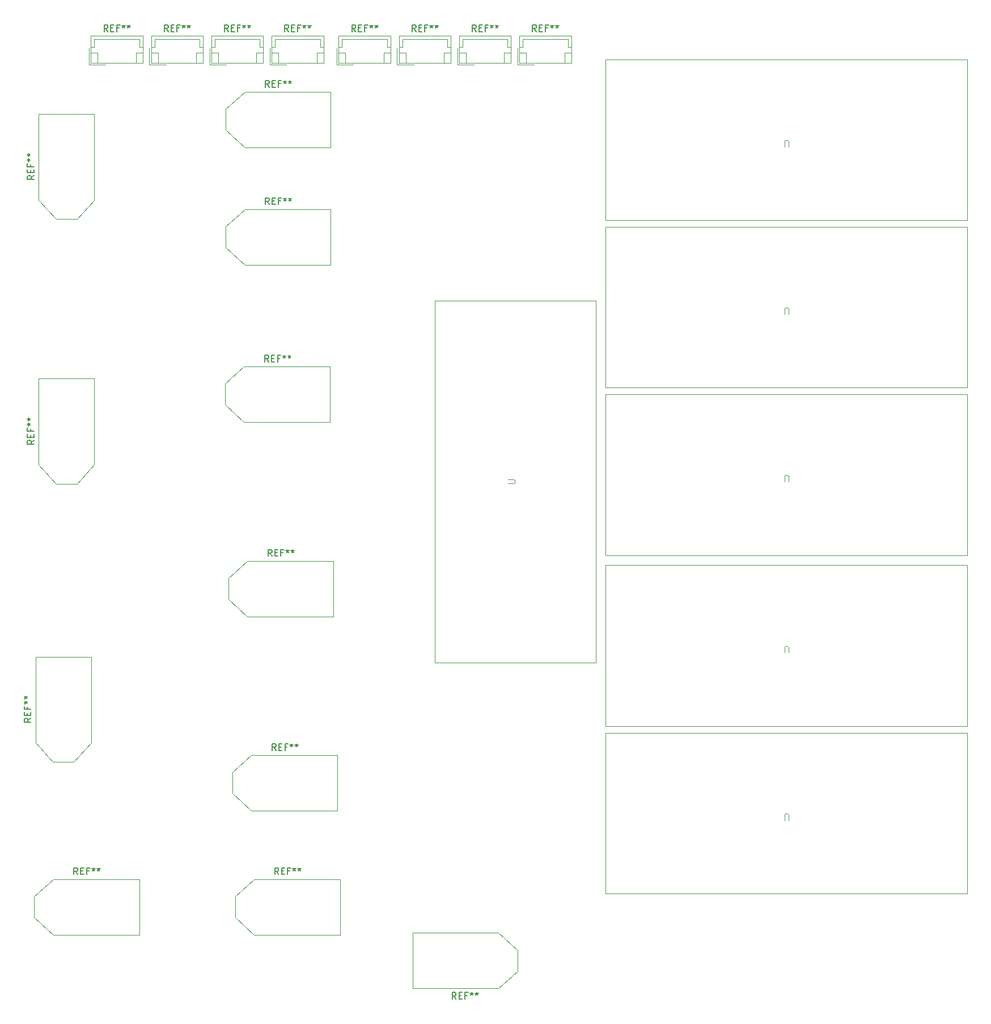
<source format=gbr>
%TF.GenerationSoftware,KiCad,Pcbnew,9.0.2*%
%TF.CreationDate,2025-11-30T20:45:03+05:30*%
%TF.ProjectId,Kratos26,4b726174-6f73-4323-962e-6b696361645f,rev?*%
%TF.SameCoordinates,Original*%
%TF.FileFunction,Legend,Top*%
%TF.FilePolarity,Positive*%
%FSLAX46Y46*%
G04 Gerber Fmt 4.6, Leading zero omitted, Abs format (unit mm)*
G04 Created by KiCad (PCBNEW 9.0.2) date 2025-11-30 20:45:03*
%MOMM*%
%LPD*%
G01*
G04 APERTURE LIST*
%ADD10C,0.150000*%
%ADD11C,0.100000*%
%ADD12C,0.120000*%
G04 APERTURE END LIST*
D10*
X115766666Y-124154819D02*
X115433333Y-123678628D01*
X115195238Y-124154819D02*
X115195238Y-123154819D01*
X115195238Y-123154819D02*
X115576190Y-123154819D01*
X115576190Y-123154819D02*
X115671428Y-123202438D01*
X115671428Y-123202438D02*
X115719047Y-123250057D01*
X115719047Y-123250057D02*
X115766666Y-123345295D01*
X115766666Y-123345295D02*
X115766666Y-123488152D01*
X115766666Y-123488152D02*
X115719047Y-123583390D01*
X115719047Y-123583390D02*
X115671428Y-123631009D01*
X115671428Y-123631009D02*
X115576190Y-123678628D01*
X115576190Y-123678628D02*
X115195238Y-123678628D01*
X116195238Y-123631009D02*
X116528571Y-123631009D01*
X116671428Y-124154819D02*
X116195238Y-124154819D01*
X116195238Y-124154819D02*
X116195238Y-123154819D01*
X116195238Y-123154819D02*
X116671428Y-123154819D01*
X117433333Y-123631009D02*
X117100000Y-123631009D01*
X117100000Y-124154819D02*
X117100000Y-123154819D01*
X117100000Y-123154819D02*
X117576190Y-123154819D01*
X118100000Y-123154819D02*
X118100000Y-123392914D01*
X117861905Y-123297676D02*
X118100000Y-123392914D01*
X118100000Y-123392914D02*
X118338095Y-123297676D01*
X117957143Y-123583390D02*
X118100000Y-123392914D01*
X118100000Y-123392914D02*
X118242857Y-123583390D01*
X118861905Y-123154819D02*
X118861905Y-123392914D01*
X118623810Y-123297676D02*
X118861905Y-123392914D01*
X118861905Y-123392914D02*
X119100000Y-123297676D01*
X118719048Y-123583390D02*
X118861905Y-123392914D01*
X118861905Y-123392914D02*
X119004762Y-123583390D01*
X115166666Y-95154819D02*
X114833333Y-94678628D01*
X114595238Y-95154819D02*
X114595238Y-94154819D01*
X114595238Y-94154819D02*
X114976190Y-94154819D01*
X114976190Y-94154819D02*
X115071428Y-94202438D01*
X115071428Y-94202438D02*
X115119047Y-94250057D01*
X115119047Y-94250057D02*
X115166666Y-94345295D01*
X115166666Y-94345295D02*
X115166666Y-94488152D01*
X115166666Y-94488152D02*
X115119047Y-94583390D01*
X115119047Y-94583390D02*
X115071428Y-94631009D01*
X115071428Y-94631009D02*
X114976190Y-94678628D01*
X114976190Y-94678628D02*
X114595238Y-94678628D01*
X115595238Y-94631009D02*
X115928571Y-94631009D01*
X116071428Y-95154819D02*
X115595238Y-95154819D01*
X115595238Y-95154819D02*
X115595238Y-94154819D01*
X115595238Y-94154819D02*
X116071428Y-94154819D01*
X116833333Y-94631009D02*
X116500000Y-94631009D01*
X116500000Y-95154819D02*
X116500000Y-94154819D01*
X116500000Y-94154819D02*
X116976190Y-94154819D01*
X117500000Y-94154819D02*
X117500000Y-94392914D01*
X117261905Y-94297676D02*
X117500000Y-94392914D01*
X117500000Y-94392914D02*
X117738095Y-94297676D01*
X117357143Y-94583390D02*
X117500000Y-94392914D01*
X117500000Y-94392914D02*
X117642857Y-94583390D01*
X118261905Y-94154819D02*
X118261905Y-94392914D01*
X118023810Y-94297676D02*
X118261905Y-94392914D01*
X118261905Y-94392914D02*
X118500000Y-94297676D01*
X118119048Y-94583390D02*
X118261905Y-94392914D01*
X118261905Y-94392914D02*
X118404762Y-94583390D01*
X154666666Y-16854819D02*
X154333333Y-16378628D01*
X154095238Y-16854819D02*
X154095238Y-15854819D01*
X154095238Y-15854819D02*
X154476190Y-15854819D01*
X154476190Y-15854819D02*
X154571428Y-15902438D01*
X154571428Y-15902438D02*
X154619047Y-15950057D01*
X154619047Y-15950057D02*
X154666666Y-16045295D01*
X154666666Y-16045295D02*
X154666666Y-16188152D01*
X154666666Y-16188152D02*
X154619047Y-16283390D01*
X154619047Y-16283390D02*
X154571428Y-16331009D01*
X154571428Y-16331009D02*
X154476190Y-16378628D01*
X154476190Y-16378628D02*
X154095238Y-16378628D01*
X155095238Y-16331009D02*
X155428571Y-16331009D01*
X155571428Y-16854819D02*
X155095238Y-16854819D01*
X155095238Y-16854819D02*
X155095238Y-15854819D01*
X155095238Y-15854819D02*
X155571428Y-15854819D01*
X156333333Y-16331009D02*
X156000000Y-16331009D01*
X156000000Y-16854819D02*
X156000000Y-15854819D01*
X156000000Y-15854819D02*
X156476190Y-15854819D01*
X157000000Y-15854819D02*
X157000000Y-16092914D01*
X156761905Y-15997676D02*
X157000000Y-16092914D01*
X157000000Y-16092914D02*
X157238095Y-15997676D01*
X156857143Y-16283390D02*
X157000000Y-16092914D01*
X157000000Y-16092914D02*
X157142857Y-16283390D01*
X157761905Y-15854819D02*
X157761905Y-16092914D01*
X157523810Y-15997676D02*
X157761905Y-16092914D01*
X157761905Y-16092914D02*
X158000000Y-15997676D01*
X157619048Y-16283390D02*
X157761905Y-16092914D01*
X157761905Y-16092914D02*
X157904762Y-16283390D01*
X90666666Y-16854819D02*
X90333333Y-16378628D01*
X90095238Y-16854819D02*
X90095238Y-15854819D01*
X90095238Y-15854819D02*
X90476190Y-15854819D01*
X90476190Y-15854819D02*
X90571428Y-15902438D01*
X90571428Y-15902438D02*
X90619047Y-15950057D01*
X90619047Y-15950057D02*
X90666666Y-16045295D01*
X90666666Y-16045295D02*
X90666666Y-16188152D01*
X90666666Y-16188152D02*
X90619047Y-16283390D01*
X90619047Y-16283390D02*
X90571428Y-16331009D01*
X90571428Y-16331009D02*
X90476190Y-16378628D01*
X90476190Y-16378628D02*
X90095238Y-16378628D01*
X91095238Y-16331009D02*
X91428571Y-16331009D01*
X91571428Y-16854819D02*
X91095238Y-16854819D01*
X91095238Y-16854819D02*
X91095238Y-15854819D01*
X91095238Y-15854819D02*
X91571428Y-15854819D01*
X92333333Y-16331009D02*
X92000000Y-16331009D01*
X92000000Y-16854819D02*
X92000000Y-15854819D01*
X92000000Y-15854819D02*
X92476190Y-15854819D01*
X93000000Y-15854819D02*
X93000000Y-16092914D01*
X92761905Y-15997676D02*
X93000000Y-16092914D01*
X93000000Y-16092914D02*
X93238095Y-15997676D01*
X92857143Y-16283390D02*
X93000000Y-16092914D01*
X93000000Y-16092914D02*
X93142857Y-16283390D01*
X93761905Y-15854819D02*
X93761905Y-16092914D01*
X93523810Y-15997676D02*
X93761905Y-16092914D01*
X93761905Y-16092914D02*
X94000000Y-15997676D01*
X93619048Y-16283390D02*
X93761905Y-16092914D01*
X93761905Y-16092914D02*
X93904762Y-16283390D01*
X117666666Y-16854819D02*
X117333333Y-16378628D01*
X117095238Y-16854819D02*
X117095238Y-15854819D01*
X117095238Y-15854819D02*
X117476190Y-15854819D01*
X117476190Y-15854819D02*
X117571428Y-15902438D01*
X117571428Y-15902438D02*
X117619047Y-15950057D01*
X117619047Y-15950057D02*
X117666666Y-16045295D01*
X117666666Y-16045295D02*
X117666666Y-16188152D01*
X117666666Y-16188152D02*
X117619047Y-16283390D01*
X117619047Y-16283390D02*
X117571428Y-16331009D01*
X117571428Y-16331009D02*
X117476190Y-16378628D01*
X117476190Y-16378628D02*
X117095238Y-16378628D01*
X118095238Y-16331009D02*
X118428571Y-16331009D01*
X118571428Y-16854819D02*
X118095238Y-16854819D01*
X118095238Y-16854819D02*
X118095238Y-15854819D01*
X118095238Y-15854819D02*
X118571428Y-15854819D01*
X119333333Y-16331009D02*
X119000000Y-16331009D01*
X119000000Y-16854819D02*
X119000000Y-15854819D01*
X119000000Y-15854819D02*
X119476190Y-15854819D01*
X120000000Y-15854819D02*
X120000000Y-16092914D01*
X119761905Y-15997676D02*
X120000000Y-16092914D01*
X120000000Y-16092914D02*
X120238095Y-15997676D01*
X119857143Y-16283390D02*
X120000000Y-16092914D01*
X120000000Y-16092914D02*
X120142857Y-16283390D01*
X120761905Y-15854819D02*
X120761905Y-16092914D01*
X120523810Y-15997676D02*
X120761905Y-16092914D01*
X120761905Y-16092914D02*
X121000000Y-15997676D01*
X120619048Y-16283390D02*
X120761905Y-16092914D01*
X120761905Y-16092914D02*
X120904762Y-16283390D01*
D11*
X192285713Y-59042580D02*
X192285713Y-58233057D01*
X192285713Y-58233057D02*
X192238094Y-58137819D01*
X192238094Y-58137819D02*
X192190475Y-58090200D01*
X192190475Y-58090200D02*
X192095237Y-58042580D01*
X192095237Y-58042580D02*
X191904761Y-58042580D01*
X191904761Y-58042580D02*
X191809523Y-58090200D01*
X191809523Y-58090200D02*
X191761904Y-58137819D01*
X191761904Y-58137819D02*
X191714285Y-58233057D01*
X191714285Y-58233057D02*
X191714285Y-59042580D01*
X192285713Y-84042580D02*
X192285713Y-83233057D01*
X192285713Y-83233057D02*
X192238094Y-83137819D01*
X192238094Y-83137819D02*
X192190475Y-83090200D01*
X192190475Y-83090200D02*
X192095237Y-83042580D01*
X192095237Y-83042580D02*
X191904761Y-83042580D01*
X191904761Y-83042580D02*
X191809523Y-83090200D01*
X191809523Y-83090200D02*
X191761904Y-83137819D01*
X191761904Y-83137819D02*
X191714285Y-83233057D01*
X191714285Y-83233057D02*
X191714285Y-84042580D01*
D10*
X108666666Y-16854819D02*
X108333333Y-16378628D01*
X108095238Y-16854819D02*
X108095238Y-15854819D01*
X108095238Y-15854819D02*
X108476190Y-15854819D01*
X108476190Y-15854819D02*
X108571428Y-15902438D01*
X108571428Y-15902438D02*
X108619047Y-15950057D01*
X108619047Y-15950057D02*
X108666666Y-16045295D01*
X108666666Y-16045295D02*
X108666666Y-16188152D01*
X108666666Y-16188152D02*
X108619047Y-16283390D01*
X108619047Y-16283390D02*
X108571428Y-16331009D01*
X108571428Y-16331009D02*
X108476190Y-16378628D01*
X108476190Y-16378628D02*
X108095238Y-16378628D01*
X109095238Y-16331009D02*
X109428571Y-16331009D01*
X109571428Y-16854819D02*
X109095238Y-16854819D01*
X109095238Y-16854819D02*
X109095238Y-15854819D01*
X109095238Y-15854819D02*
X109571428Y-15854819D01*
X110333333Y-16331009D02*
X110000000Y-16331009D01*
X110000000Y-16854819D02*
X110000000Y-15854819D01*
X110000000Y-15854819D02*
X110476190Y-15854819D01*
X111000000Y-15854819D02*
X111000000Y-16092914D01*
X110761905Y-15997676D02*
X111000000Y-16092914D01*
X111000000Y-16092914D02*
X111238095Y-15997676D01*
X110857143Y-16283390D02*
X111000000Y-16092914D01*
X111000000Y-16092914D02*
X111142857Y-16283390D01*
X111761905Y-15854819D02*
X111761905Y-16092914D01*
X111523810Y-15997676D02*
X111761905Y-16092914D01*
X111761905Y-16092914D02*
X112000000Y-15997676D01*
X111619048Y-16283390D02*
X111761905Y-16092914D01*
X111761905Y-16092914D02*
X111904762Y-16283390D01*
X114666666Y-66154819D02*
X114333333Y-65678628D01*
X114095238Y-66154819D02*
X114095238Y-65154819D01*
X114095238Y-65154819D02*
X114476190Y-65154819D01*
X114476190Y-65154819D02*
X114571428Y-65202438D01*
X114571428Y-65202438D02*
X114619047Y-65250057D01*
X114619047Y-65250057D02*
X114666666Y-65345295D01*
X114666666Y-65345295D02*
X114666666Y-65488152D01*
X114666666Y-65488152D02*
X114619047Y-65583390D01*
X114619047Y-65583390D02*
X114571428Y-65631009D01*
X114571428Y-65631009D02*
X114476190Y-65678628D01*
X114476190Y-65678628D02*
X114095238Y-65678628D01*
X115095238Y-65631009D02*
X115428571Y-65631009D01*
X115571428Y-66154819D02*
X115095238Y-66154819D01*
X115095238Y-66154819D02*
X115095238Y-65154819D01*
X115095238Y-65154819D02*
X115571428Y-65154819D01*
X116333333Y-65631009D02*
X116000000Y-65631009D01*
X116000000Y-66154819D02*
X116000000Y-65154819D01*
X116000000Y-65154819D02*
X116476190Y-65154819D01*
X117000000Y-65154819D02*
X117000000Y-65392914D01*
X116761905Y-65297676D02*
X117000000Y-65392914D01*
X117000000Y-65392914D02*
X117238095Y-65297676D01*
X116857143Y-65583390D02*
X117000000Y-65392914D01*
X117000000Y-65392914D02*
X117142857Y-65583390D01*
X117761905Y-65154819D02*
X117761905Y-65392914D01*
X117523810Y-65297676D02*
X117761905Y-65392914D01*
X117761905Y-65392914D02*
X118000000Y-65297676D01*
X117619048Y-65583390D02*
X117761905Y-65392914D01*
X117761905Y-65392914D02*
X117904762Y-65583390D01*
X79654819Y-77833333D02*
X79178628Y-78166666D01*
X79654819Y-78404761D02*
X78654819Y-78404761D01*
X78654819Y-78404761D02*
X78654819Y-78023809D01*
X78654819Y-78023809D02*
X78702438Y-77928571D01*
X78702438Y-77928571D02*
X78750057Y-77880952D01*
X78750057Y-77880952D02*
X78845295Y-77833333D01*
X78845295Y-77833333D02*
X78988152Y-77833333D01*
X78988152Y-77833333D02*
X79083390Y-77880952D01*
X79083390Y-77880952D02*
X79131009Y-77928571D01*
X79131009Y-77928571D02*
X79178628Y-78023809D01*
X79178628Y-78023809D02*
X79178628Y-78404761D01*
X79131009Y-77404761D02*
X79131009Y-77071428D01*
X79654819Y-76928571D02*
X79654819Y-77404761D01*
X79654819Y-77404761D02*
X78654819Y-77404761D01*
X78654819Y-77404761D02*
X78654819Y-76928571D01*
X79131009Y-76166666D02*
X79131009Y-76499999D01*
X79654819Y-76499999D02*
X78654819Y-76499999D01*
X78654819Y-76499999D02*
X78654819Y-76023809D01*
X78654819Y-75499999D02*
X78892914Y-75499999D01*
X78797676Y-75738094D02*
X78892914Y-75499999D01*
X78892914Y-75499999D02*
X78797676Y-75261904D01*
X79083390Y-75642856D02*
X78892914Y-75499999D01*
X78892914Y-75499999D02*
X79083390Y-75357142D01*
X78654819Y-74738094D02*
X78892914Y-74738094D01*
X78797676Y-74976189D02*
X78892914Y-74738094D01*
X78892914Y-74738094D02*
X78797676Y-74499999D01*
X79083390Y-74880951D02*
X78892914Y-74738094D01*
X78892914Y-74738094D02*
X79083390Y-74595237D01*
X99666666Y-16854819D02*
X99333333Y-16378628D01*
X99095238Y-16854819D02*
X99095238Y-15854819D01*
X99095238Y-15854819D02*
X99476190Y-15854819D01*
X99476190Y-15854819D02*
X99571428Y-15902438D01*
X99571428Y-15902438D02*
X99619047Y-15950057D01*
X99619047Y-15950057D02*
X99666666Y-16045295D01*
X99666666Y-16045295D02*
X99666666Y-16188152D01*
X99666666Y-16188152D02*
X99619047Y-16283390D01*
X99619047Y-16283390D02*
X99571428Y-16331009D01*
X99571428Y-16331009D02*
X99476190Y-16378628D01*
X99476190Y-16378628D02*
X99095238Y-16378628D01*
X100095238Y-16331009D02*
X100428571Y-16331009D01*
X100571428Y-16854819D02*
X100095238Y-16854819D01*
X100095238Y-16854819D02*
X100095238Y-15854819D01*
X100095238Y-15854819D02*
X100571428Y-15854819D01*
X101333333Y-16331009D02*
X101000000Y-16331009D01*
X101000000Y-16854819D02*
X101000000Y-15854819D01*
X101000000Y-15854819D02*
X101476190Y-15854819D01*
X102000000Y-15854819D02*
X102000000Y-16092914D01*
X101761905Y-15997676D02*
X102000000Y-16092914D01*
X102000000Y-16092914D02*
X102238095Y-15997676D01*
X101857143Y-16283390D02*
X102000000Y-16092914D01*
X102000000Y-16092914D02*
X102142857Y-16283390D01*
X102761905Y-15854819D02*
X102761905Y-16092914D01*
X102523810Y-15997676D02*
X102761905Y-16092914D01*
X102761905Y-16092914D02*
X103000000Y-15997676D01*
X102619048Y-16283390D02*
X102761905Y-16092914D01*
X102761905Y-16092914D02*
X102904762Y-16283390D01*
D11*
X150457419Y-84285713D02*
X151266942Y-84285713D01*
X151266942Y-84285713D02*
X151362180Y-84238094D01*
X151362180Y-84238094D02*
X151409800Y-84190475D01*
X151409800Y-84190475D02*
X151457419Y-84095237D01*
X151457419Y-84095237D02*
X151457419Y-83904761D01*
X151457419Y-83904761D02*
X151409800Y-83809523D01*
X151409800Y-83809523D02*
X151362180Y-83761904D01*
X151362180Y-83761904D02*
X151266942Y-83714285D01*
X151266942Y-83714285D02*
X150457419Y-83714285D01*
X192285713Y-109542580D02*
X192285713Y-108733057D01*
X192285713Y-108733057D02*
X192238094Y-108637819D01*
X192238094Y-108637819D02*
X192190475Y-108590200D01*
X192190475Y-108590200D02*
X192095237Y-108542580D01*
X192095237Y-108542580D02*
X191904761Y-108542580D01*
X191904761Y-108542580D02*
X191809523Y-108590200D01*
X191809523Y-108590200D02*
X191761904Y-108637819D01*
X191761904Y-108637819D02*
X191714285Y-108733057D01*
X191714285Y-108733057D02*
X191714285Y-109542580D01*
D10*
X136666666Y-16854819D02*
X136333333Y-16378628D01*
X136095238Y-16854819D02*
X136095238Y-15854819D01*
X136095238Y-15854819D02*
X136476190Y-15854819D01*
X136476190Y-15854819D02*
X136571428Y-15902438D01*
X136571428Y-15902438D02*
X136619047Y-15950057D01*
X136619047Y-15950057D02*
X136666666Y-16045295D01*
X136666666Y-16045295D02*
X136666666Y-16188152D01*
X136666666Y-16188152D02*
X136619047Y-16283390D01*
X136619047Y-16283390D02*
X136571428Y-16331009D01*
X136571428Y-16331009D02*
X136476190Y-16378628D01*
X136476190Y-16378628D02*
X136095238Y-16378628D01*
X137095238Y-16331009D02*
X137428571Y-16331009D01*
X137571428Y-16854819D02*
X137095238Y-16854819D01*
X137095238Y-16854819D02*
X137095238Y-15854819D01*
X137095238Y-15854819D02*
X137571428Y-15854819D01*
X138333333Y-16331009D02*
X138000000Y-16331009D01*
X138000000Y-16854819D02*
X138000000Y-15854819D01*
X138000000Y-15854819D02*
X138476190Y-15854819D01*
X139000000Y-15854819D02*
X139000000Y-16092914D01*
X138761905Y-15997676D02*
X139000000Y-16092914D01*
X139000000Y-16092914D02*
X139238095Y-15997676D01*
X138857143Y-16283390D02*
X139000000Y-16092914D01*
X139000000Y-16092914D02*
X139142857Y-16283390D01*
X139761905Y-15854819D02*
X139761905Y-16092914D01*
X139523810Y-15997676D02*
X139761905Y-16092914D01*
X139761905Y-16092914D02*
X140000000Y-15997676D01*
X139619048Y-16283390D02*
X139761905Y-16092914D01*
X139761905Y-16092914D02*
X139904762Y-16283390D01*
X114766666Y-25154819D02*
X114433333Y-24678628D01*
X114195238Y-25154819D02*
X114195238Y-24154819D01*
X114195238Y-24154819D02*
X114576190Y-24154819D01*
X114576190Y-24154819D02*
X114671428Y-24202438D01*
X114671428Y-24202438D02*
X114719047Y-24250057D01*
X114719047Y-24250057D02*
X114766666Y-24345295D01*
X114766666Y-24345295D02*
X114766666Y-24488152D01*
X114766666Y-24488152D02*
X114719047Y-24583390D01*
X114719047Y-24583390D02*
X114671428Y-24631009D01*
X114671428Y-24631009D02*
X114576190Y-24678628D01*
X114576190Y-24678628D02*
X114195238Y-24678628D01*
X115195238Y-24631009D02*
X115528571Y-24631009D01*
X115671428Y-25154819D02*
X115195238Y-25154819D01*
X115195238Y-25154819D02*
X115195238Y-24154819D01*
X115195238Y-24154819D02*
X115671428Y-24154819D01*
X116433333Y-24631009D02*
X116100000Y-24631009D01*
X116100000Y-25154819D02*
X116100000Y-24154819D01*
X116100000Y-24154819D02*
X116576190Y-24154819D01*
X117100000Y-24154819D02*
X117100000Y-24392914D01*
X116861905Y-24297676D02*
X117100000Y-24392914D01*
X117100000Y-24392914D02*
X117338095Y-24297676D01*
X116957143Y-24583390D02*
X117100000Y-24392914D01*
X117100000Y-24392914D02*
X117242857Y-24583390D01*
X117861905Y-24154819D02*
X117861905Y-24392914D01*
X117623810Y-24297676D02*
X117861905Y-24392914D01*
X117861905Y-24392914D02*
X118100000Y-24297676D01*
X117719048Y-24583390D02*
X117861905Y-24392914D01*
X117861905Y-24392914D02*
X118004762Y-24583390D01*
X79154819Y-119333333D02*
X78678628Y-119666666D01*
X79154819Y-119904761D02*
X78154819Y-119904761D01*
X78154819Y-119904761D02*
X78154819Y-119523809D01*
X78154819Y-119523809D02*
X78202438Y-119428571D01*
X78202438Y-119428571D02*
X78250057Y-119380952D01*
X78250057Y-119380952D02*
X78345295Y-119333333D01*
X78345295Y-119333333D02*
X78488152Y-119333333D01*
X78488152Y-119333333D02*
X78583390Y-119380952D01*
X78583390Y-119380952D02*
X78631009Y-119428571D01*
X78631009Y-119428571D02*
X78678628Y-119523809D01*
X78678628Y-119523809D02*
X78678628Y-119904761D01*
X78631009Y-118904761D02*
X78631009Y-118571428D01*
X79154819Y-118428571D02*
X79154819Y-118904761D01*
X79154819Y-118904761D02*
X78154819Y-118904761D01*
X78154819Y-118904761D02*
X78154819Y-118428571D01*
X78631009Y-117666666D02*
X78631009Y-117999999D01*
X79154819Y-117999999D02*
X78154819Y-117999999D01*
X78154819Y-117999999D02*
X78154819Y-117523809D01*
X78154819Y-116999999D02*
X78392914Y-116999999D01*
X78297676Y-117238094D02*
X78392914Y-116999999D01*
X78392914Y-116999999D02*
X78297676Y-116761904D01*
X78583390Y-117142856D02*
X78392914Y-116999999D01*
X78392914Y-116999999D02*
X78583390Y-116857142D01*
X78154819Y-116238094D02*
X78392914Y-116238094D01*
X78297676Y-116476189D02*
X78392914Y-116238094D01*
X78392914Y-116238094D02*
X78297676Y-115999999D01*
X78583390Y-116380951D02*
X78392914Y-116238094D01*
X78392914Y-116238094D02*
X78583390Y-116095237D01*
X142666666Y-161254819D02*
X142333333Y-160778628D01*
X142095238Y-161254819D02*
X142095238Y-160254819D01*
X142095238Y-160254819D02*
X142476190Y-160254819D01*
X142476190Y-160254819D02*
X142571428Y-160302438D01*
X142571428Y-160302438D02*
X142619047Y-160350057D01*
X142619047Y-160350057D02*
X142666666Y-160445295D01*
X142666666Y-160445295D02*
X142666666Y-160588152D01*
X142666666Y-160588152D02*
X142619047Y-160683390D01*
X142619047Y-160683390D02*
X142571428Y-160731009D01*
X142571428Y-160731009D02*
X142476190Y-160778628D01*
X142476190Y-160778628D02*
X142095238Y-160778628D01*
X143095238Y-160731009D02*
X143428571Y-160731009D01*
X143571428Y-161254819D02*
X143095238Y-161254819D01*
X143095238Y-161254819D02*
X143095238Y-160254819D01*
X143095238Y-160254819D02*
X143571428Y-160254819D01*
X144333333Y-160731009D02*
X144000000Y-160731009D01*
X144000000Y-161254819D02*
X144000000Y-160254819D01*
X144000000Y-160254819D02*
X144476190Y-160254819D01*
X145000000Y-160254819D02*
X145000000Y-160492914D01*
X144761905Y-160397676D02*
X145000000Y-160492914D01*
X145000000Y-160492914D02*
X145238095Y-160397676D01*
X144857143Y-160683390D02*
X145000000Y-160492914D01*
X145000000Y-160492914D02*
X145142857Y-160683390D01*
X145761905Y-160254819D02*
X145761905Y-160492914D01*
X145523810Y-160397676D02*
X145761905Y-160492914D01*
X145761905Y-160492914D02*
X146000000Y-160397676D01*
X145619048Y-160683390D02*
X145761905Y-160492914D01*
X145761905Y-160492914D02*
X145904762Y-160683390D01*
D11*
X192285713Y-134542580D02*
X192285713Y-133733057D01*
X192285713Y-133733057D02*
X192238094Y-133637819D01*
X192238094Y-133637819D02*
X192190475Y-133590200D01*
X192190475Y-133590200D02*
X192095237Y-133542580D01*
X192095237Y-133542580D02*
X191904761Y-133542580D01*
X191904761Y-133542580D02*
X191809523Y-133590200D01*
X191809523Y-133590200D02*
X191761904Y-133637819D01*
X191761904Y-133637819D02*
X191714285Y-133733057D01*
X191714285Y-133733057D02*
X191714285Y-134542580D01*
D10*
X145666666Y-16854819D02*
X145333333Y-16378628D01*
X145095238Y-16854819D02*
X145095238Y-15854819D01*
X145095238Y-15854819D02*
X145476190Y-15854819D01*
X145476190Y-15854819D02*
X145571428Y-15902438D01*
X145571428Y-15902438D02*
X145619047Y-15950057D01*
X145619047Y-15950057D02*
X145666666Y-16045295D01*
X145666666Y-16045295D02*
X145666666Y-16188152D01*
X145666666Y-16188152D02*
X145619047Y-16283390D01*
X145619047Y-16283390D02*
X145571428Y-16331009D01*
X145571428Y-16331009D02*
X145476190Y-16378628D01*
X145476190Y-16378628D02*
X145095238Y-16378628D01*
X146095238Y-16331009D02*
X146428571Y-16331009D01*
X146571428Y-16854819D02*
X146095238Y-16854819D01*
X146095238Y-16854819D02*
X146095238Y-15854819D01*
X146095238Y-15854819D02*
X146571428Y-15854819D01*
X147333333Y-16331009D02*
X147000000Y-16331009D01*
X147000000Y-16854819D02*
X147000000Y-15854819D01*
X147000000Y-15854819D02*
X147476190Y-15854819D01*
X148000000Y-15854819D02*
X148000000Y-16092914D01*
X147761905Y-15997676D02*
X148000000Y-16092914D01*
X148000000Y-16092914D02*
X148238095Y-15997676D01*
X147857143Y-16283390D02*
X148000000Y-16092914D01*
X148000000Y-16092914D02*
X148142857Y-16283390D01*
X148761905Y-15854819D02*
X148761905Y-16092914D01*
X148523810Y-15997676D02*
X148761905Y-16092914D01*
X148761905Y-16092914D02*
X149000000Y-15997676D01*
X148619048Y-16283390D02*
X148761905Y-16092914D01*
X148761905Y-16092914D02*
X148904762Y-16283390D01*
X127666666Y-16854819D02*
X127333333Y-16378628D01*
X127095238Y-16854819D02*
X127095238Y-15854819D01*
X127095238Y-15854819D02*
X127476190Y-15854819D01*
X127476190Y-15854819D02*
X127571428Y-15902438D01*
X127571428Y-15902438D02*
X127619047Y-15950057D01*
X127619047Y-15950057D02*
X127666666Y-16045295D01*
X127666666Y-16045295D02*
X127666666Y-16188152D01*
X127666666Y-16188152D02*
X127619047Y-16283390D01*
X127619047Y-16283390D02*
X127571428Y-16331009D01*
X127571428Y-16331009D02*
X127476190Y-16378628D01*
X127476190Y-16378628D02*
X127095238Y-16378628D01*
X128095238Y-16331009D02*
X128428571Y-16331009D01*
X128571428Y-16854819D02*
X128095238Y-16854819D01*
X128095238Y-16854819D02*
X128095238Y-15854819D01*
X128095238Y-15854819D02*
X128571428Y-15854819D01*
X129333333Y-16331009D02*
X129000000Y-16331009D01*
X129000000Y-16854819D02*
X129000000Y-15854819D01*
X129000000Y-15854819D02*
X129476190Y-15854819D01*
X130000000Y-15854819D02*
X130000000Y-16092914D01*
X129761905Y-15997676D02*
X130000000Y-16092914D01*
X130000000Y-16092914D02*
X130238095Y-15997676D01*
X129857143Y-16283390D02*
X130000000Y-16092914D01*
X130000000Y-16092914D02*
X130142857Y-16283390D01*
X130761905Y-15854819D02*
X130761905Y-16092914D01*
X130523810Y-15997676D02*
X130761905Y-16092914D01*
X130761905Y-16092914D02*
X131000000Y-15997676D01*
X130619048Y-16283390D02*
X130761905Y-16092914D01*
X130761905Y-16092914D02*
X130904762Y-16283390D01*
X114766666Y-42654819D02*
X114433333Y-42178628D01*
X114195238Y-42654819D02*
X114195238Y-41654819D01*
X114195238Y-41654819D02*
X114576190Y-41654819D01*
X114576190Y-41654819D02*
X114671428Y-41702438D01*
X114671428Y-41702438D02*
X114719047Y-41750057D01*
X114719047Y-41750057D02*
X114766666Y-41845295D01*
X114766666Y-41845295D02*
X114766666Y-41988152D01*
X114766666Y-41988152D02*
X114719047Y-42083390D01*
X114719047Y-42083390D02*
X114671428Y-42131009D01*
X114671428Y-42131009D02*
X114576190Y-42178628D01*
X114576190Y-42178628D02*
X114195238Y-42178628D01*
X115195238Y-42131009D02*
X115528571Y-42131009D01*
X115671428Y-42654819D02*
X115195238Y-42654819D01*
X115195238Y-42654819D02*
X115195238Y-41654819D01*
X115195238Y-41654819D02*
X115671428Y-41654819D01*
X116433333Y-42131009D02*
X116100000Y-42131009D01*
X116100000Y-42654819D02*
X116100000Y-41654819D01*
X116100000Y-41654819D02*
X116576190Y-41654819D01*
X117100000Y-41654819D02*
X117100000Y-41892914D01*
X116861905Y-41797676D02*
X117100000Y-41892914D01*
X117100000Y-41892914D02*
X117338095Y-41797676D01*
X116957143Y-42083390D02*
X117100000Y-41892914D01*
X117100000Y-41892914D02*
X117242857Y-42083390D01*
X117861905Y-41654819D02*
X117861905Y-41892914D01*
X117623810Y-41797676D02*
X117861905Y-41892914D01*
X117861905Y-41892914D02*
X118100000Y-41797676D01*
X117719048Y-42083390D02*
X117861905Y-41892914D01*
X117861905Y-41892914D02*
X118004762Y-42083390D01*
X116166666Y-142654819D02*
X115833333Y-142178628D01*
X115595238Y-142654819D02*
X115595238Y-141654819D01*
X115595238Y-141654819D02*
X115976190Y-141654819D01*
X115976190Y-141654819D02*
X116071428Y-141702438D01*
X116071428Y-141702438D02*
X116119047Y-141750057D01*
X116119047Y-141750057D02*
X116166666Y-141845295D01*
X116166666Y-141845295D02*
X116166666Y-141988152D01*
X116166666Y-141988152D02*
X116119047Y-142083390D01*
X116119047Y-142083390D02*
X116071428Y-142131009D01*
X116071428Y-142131009D02*
X115976190Y-142178628D01*
X115976190Y-142178628D02*
X115595238Y-142178628D01*
X116595238Y-142131009D02*
X116928571Y-142131009D01*
X117071428Y-142654819D02*
X116595238Y-142654819D01*
X116595238Y-142654819D02*
X116595238Y-141654819D01*
X116595238Y-141654819D02*
X117071428Y-141654819D01*
X117833333Y-142131009D02*
X117500000Y-142131009D01*
X117500000Y-142654819D02*
X117500000Y-141654819D01*
X117500000Y-141654819D02*
X117976190Y-141654819D01*
X118500000Y-141654819D02*
X118500000Y-141892914D01*
X118261905Y-141797676D02*
X118500000Y-141892914D01*
X118500000Y-141892914D02*
X118738095Y-141797676D01*
X118357143Y-142083390D02*
X118500000Y-141892914D01*
X118500000Y-141892914D02*
X118642857Y-142083390D01*
X119261905Y-141654819D02*
X119261905Y-141892914D01*
X119023810Y-141797676D02*
X119261905Y-141892914D01*
X119261905Y-141892914D02*
X119500000Y-141797676D01*
X119119048Y-142083390D02*
X119261905Y-141892914D01*
X119261905Y-141892914D02*
X119404762Y-142083390D01*
D11*
X192285713Y-34042580D02*
X192285713Y-33233057D01*
X192285713Y-33233057D02*
X192238094Y-33137819D01*
X192238094Y-33137819D02*
X192190475Y-33090200D01*
X192190475Y-33090200D02*
X192095237Y-33042580D01*
X192095237Y-33042580D02*
X191904761Y-33042580D01*
X191904761Y-33042580D02*
X191809523Y-33090200D01*
X191809523Y-33090200D02*
X191761904Y-33137819D01*
X191761904Y-33137819D02*
X191714285Y-33233057D01*
X191714285Y-33233057D02*
X191714285Y-34042580D01*
D10*
X86166666Y-142654819D02*
X85833333Y-142178628D01*
X85595238Y-142654819D02*
X85595238Y-141654819D01*
X85595238Y-141654819D02*
X85976190Y-141654819D01*
X85976190Y-141654819D02*
X86071428Y-141702438D01*
X86071428Y-141702438D02*
X86119047Y-141750057D01*
X86119047Y-141750057D02*
X86166666Y-141845295D01*
X86166666Y-141845295D02*
X86166666Y-141988152D01*
X86166666Y-141988152D02*
X86119047Y-142083390D01*
X86119047Y-142083390D02*
X86071428Y-142131009D01*
X86071428Y-142131009D02*
X85976190Y-142178628D01*
X85976190Y-142178628D02*
X85595238Y-142178628D01*
X86595238Y-142131009D02*
X86928571Y-142131009D01*
X87071428Y-142654819D02*
X86595238Y-142654819D01*
X86595238Y-142654819D02*
X86595238Y-141654819D01*
X86595238Y-141654819D02*
X87071428Y-141654819D01*
X87833333Y-142131009D02*
X87500000Y-142131009D01*
X87500000Y-142654819D02*
X87500000Y-141654819D01*
X87500000Y-141654819D02*
X87976190Y-141654819D01*
X88500000Y-141654819D02*
X88500000Y-141892914D01*
X88261905Y-141797676D02*
X88500000Y-141892914D01*
X88500000Y-141892914D02*
X88738095Y-141797676D01*
X88357143Y-142083390D02*
X88500000Y-141892914D01*
X88500000Y-141892914D02*
X88642857Y-142083390D01*
X89261905Y-141654819D02*
X89261905Y-141892914D01*
X89023810Y-141797676D02*
X89261905Y-141892914D01*
X89261905Y-141892914D02*
X89500000Y-141797676D01*
X89119048Y-142083390D02*
X89261905Y-141892914D01*
X89261905Y-141892914D02*
X89404762Y-142083390D01*
X79654819Y-38333333D02*
X79178628Y-38666666D01*
X79654819Y-38904761D02*
X78654819Y-38904761D01*
X78654819Y-38904761D02*
X78654819Y-38523809D01*
X78654819Y-38523809D02*
X78702438Y-38428571D01*
X78702438Y-38428571D02*
X78750057Y-38380952D01*
X78750057Y-38380952D02*
X78845295Y-38333333D01*
X78845295Y-38333333D02*
X78988152Y-38333333D01*
X78988152Y-38333333D02*
X79083390Y-38380952D01*
X79083390Y-38380952D02*
X79131009Y-38428571D01*
X79131009Y-38428571D02*
X79178628Y-38523809D01*
X79178628Y-38523809D02*
X79178628Y-38904761D01*
X79131009Y-37904761D02*
X79131009Y-37571428D01*
X79654819Y-37428571D02*
X79654819Y-37904761D01*
X79654819Y-37904761D02*
X78654819Y-37904761D01*
X78654819Y-37904761D02*
X78654819Y-37428571D01*
X79131009Y-36666666D02*
X79131009Y-36999999D01*
X79654819Y-36999999D02*
X78654819Y-36999999D01*
X78654819Y-36999999D02*
X78654819Y-36523809D01*
X78654819Y-35999999D02*
X78892914Y-35999999D01*
X78797676Y-36238094D02*
X78892914Y-35999999D01*
X78892914Y-35999999D02*
X78797676Y-35761904D01*
X79083390Y-36142856D02*
X78892914Y-35999999D01*
X78892914Y-35999999D02*
X79083390Y-35857142D01*
X78654819Y-35238094D02*
X78892914Y-35238094D01*
X78797676Y-35476189D02*
X78892914Y-35238094D01*
X78892914Y-35238094D02*
X78797676Y-34999999D01*
X79083390Y-35380951D02*
X78892914Y-35238094D01*
X78892914Y-35238094D02*
X79083390Y-35095237D01*
D12*
%TO.C,REF\u002A\u002A*%
X109250000Y-127400000D02*
X109250000Y-130550000D01*
X109250000Y-130550000D02*
X112100000Y-133150000D01*
X112100000Y-124850000D02*
X109250000Y-127400000D01*
X112100000Y-133150000D02*
X124950000Y-133150000D01*
X124950000Y-124850000D02*
X112100000Y-124850000D01*
X124950000Y-133150000D02*
X124950000Y-124850000D01*
X108650000Y-98400000D02*
X108650000Y-101550000D01*
X108650000Y-101550000D02*
X111500000Y-104150000D01*
X111500000Y-95850000D02*
X108650000Y-98400000D01*
X111500000Y-104150000D02*
X124350000Y-104150000D01*
X124350000Y-95850000D02*
X111500000Y-95850000D01*
X124350000Y-104150000D02*
X124350000Y-95850000D01*
X151840000Y-19310000D02*
X151840000Y-21810000D01*
X151840000Y-21810000D02*
X154340000Y-21810000D01*
X152140000Y-17490000D02*
X152140000Y-21510000D01*
X152140000Y-19200000D02*
X152640000Y-19200000D01*
X152140000Y-20010000D02*
X153140000Y-20010000D01*
X152140000Y-21510000D02*
X159860000Y-21510000D01*
X152640000Y-17990000D02*
X159360000Y-17990000D01*
X152640000Y-19200000D02*
X152640000Y-17990000D01*
X153140000Y-20010000D02*
X153140000Y-21510000D01*
X158860000Y-20010000D02*
X158860000Y-21510000D01*
X159360000Y-17990000D02*
X159360000Y-19200000D01*
X159360000Y-19200000D02*
X159860000Y-19200000D01*
X159860000Y-17490000D02*
X152140000Y-17490000D01*
X159860000Y-20010000D02*
X158860000Y-20010000D01*
X159860000Y-21510000D02*
X159860000Y-17490000D01*
X87840000Y-19310000D02*
X87840000Y-21810000D01*
X87840000Y-21810000D02*
X90340000Y-21810000D01*
X88140000Y-17490000D02*
X88140000Y-21510000D01*
X88140000Y-19200000D02*
X88640000Y-19200000D01*
X88140000Y-20010000D02*
X89140000Y-20010000D01*
X88140000Y-21510000D02*
X95860000Y-21510000D01*
X88640000Y-17990000D02*
X95360000Y-17990000D01*
X88640000Y-19200000D02*
X88640000Y-17990000D01*
X89140000Y-20010000D02*
X89140000Y-21510000D01*
X94860000Y-20010000D02*
X94860000Y-21510000D01*
X95360000Y-17990000D02*
X95360000Y-19200000D01*
X95360000Y-19200000D02*
X95860000Y-19200000D01*
X95860000Y-17490000D02*
X88140000Y-17490000D01*
X95860000Y-20010000D02*
X94860000Y-20010000D01*
X95860000Y-21510000D02*
X95860000Y-17490000D01*
X114840000Y-19310000D02*
X114840000Y-21810000D01*
X114840000Y-21810000D02*
X117340000Y-21810000D01*
X115140000Y-17490000D02*
X115140000Y-21510000D01*
X115140000Y-19200000D02*
X115640000Y-19200000D01*
X115140000Y-20010000D02*
X116140000Y-20010000D01*
X115140000Y-21510000D02*
X122860000Y-21510000D01*
X115640000Y-17990000D02*
X122360000Y-17990000D01*
X115640000Y-19200000D02*
X115640000Y-17990000D01*
X116140000Y-20010000D02*
X116140000Y-21510000D01*
X121860000Y-20010000D02*
X121860000Y-21510000D01*
X122360000Y-17990000D02*
X122360000Y-19200000D01*
X122360000Y-19200000D02*
X122860000Y-19200000D01*
X122860000Y-17490000D02*
X115140000Y-17490000D01*
X122860000Y-20010000D02*
X121860000Y-20010000D01*
X122860000Y-21510000D02*
X122860000Y-17490000D01*
D11*
%TO.C,U*%
X165000000Y-46000000D02*
X219000000Y-46000000D01*
X165000000Y-70000000D02*
X165000000Y-46000000D01*
X219000000Y-46000000D02*
X219000000Y-70000000D01*
X219000000Y-70000000D02*
X165000000Y-70000000D01*
X165000000Y-71000000D02*
X219000000Y-71000000D01*
X165000000Y-95000000D02*
X165000000Y-71000000D01*
X219000000Y-71000000D02*
X219000000Y-95000000D01*
X219000000Y-95000000D02*
X165000000Y-95000000D01*
D12*
%TO.C,REF\u002A\u002A*%
X105840000Y-19310000D02*
X105840000Y-21810000D01*
X105840000Y-21810000D02*
X108340000Y-21810000D01*
X106140000Y-17490000D02*
X106140000Y-21510000D01*
X106140000Y-19200000D02*
X106640000Y-19200000D01*
X106140000Y-20010000D02*
X107140000Y-20010000D01*
X106140000Y-21510000D02*
X113860000Y-21510000D01*
X106640000Y-17990000D02*
X113360000Y-17990000D01*
X106640000Y-19200000D02*
X106640000Y-17990000D01*
X107140000Y-20010000D02*
X107140000Y-21510000D01*
X112860000Y-20010000D02*
X112860000Y-21510000D01*
X113360000Y-17990000D02*
X113360000Y-19200000D01*
X113360000Y-19200000D02*
X113860000Y-19200000D01*
X113860000Y-17490000D02*
X106140000Y-17490000D01*
X113860000Y-20010000D02*
X112860000Y-20010000D01*
X113860000Y-21510000D02*
X113860000Y-17490000D01*
X108150000Y-69400000D02*
X108150000Y-72550000D01*
X108150000Y-72550000D02*
X111000000Y-75150000D01*
X111000000Y-66850000D02*
X108150000Y-69400000D01*
X111000000Y-75150000D02*
X123850000Y-75150000D01*
X123850000Y-66850000D02*
X111000000Y-66850000D01*
X123850000Y-75150000D02*
X123850000Y-66850000D01*
X80350000Y-68650000D02*
X80350000Y-81500000D01*
X80350000Y-81500000D02*
X82900000Y-84350000D01*
X82900000Y-84350000D02*
X86050000Y-84350000D01*
X86050000Y-84350000D02*
X88650000Y-81500000D01*
X88650000Y-68650000D02*
X80350000Y-68650000D01*
X88650000Y-81500000D02*
X88650000Y-68650000D01*
X96840000Y-19310000D02*
X96840000Y-21810000D01*
X96840000Y-21810000D02*
X99340000Y-21810000D01*
X97140000Y-17490000D02*
X97140000Y-21510000D01*
X97140000Y-19200000D02*
X97640000Y-19200000D01*
X97140000Y-20010000D02*
X98140000Y-20010000D01*
X97140000Y-21510000D02*
X104860000Y-21510000D01*
X97640000Y-17990000D02*
X104360000Y-17990000D01*
X97640000Y-19200000D02*
X97640000Y-17990000D01*
X98140000Y-20010000D02*
X98140000Y-21510000D01*
X103860000Y-20010000D02*
X103860000Y-21510000D01*
X104360000Y-17990000D02*
X104360000Y-19200000D01*
X104360000Y-19200000D02*
X104860000Y-19200000D01*
X104860000Y-17490000D02*
X97140000Y-17490000D01*
X104860000Y-20010000D02*
X103860000Y-20010000D01*
X104860000Y-21510000D02*
X104860000Y-17490000D01*
D11*
%TO.C,U*%
X139500000Y-57000000D02*
X163500000Y-57000000D01*
X139500000Y-111000000D02*
X139500000Y-57000000D01*
X163500000Y-57000000D02*
X163500000Y-111000000D01*
X163500000Y-111000000D02*
X139500000Y-111000000D01*
X165000000Y-96500000D02*
X219000000Y-96500000D01*
X165000000Y-120500000D02*
X165000000Y-96500000D01*
X219000000Y-96500000D02*
X219000000Y-120500000D01*
X219000000Y-120500000D02*
X165000000Y-120500000D01*
D12*
%TO.C,REF\u002A\u002A*%
X133840000Y-19310000D02*
X133840000Y-21810000D01*
X133840000Y-21810000D02*
X136340000Y-21810000D01*
X134140000Y-17490000D02*
X134140000Y-21510000D01*
X134140000Y-19200000D02*
X134640000Y-19200000D01*
X134140000Y-20010000D02*
X135140000Y-20010000D01*
X134140000Y-21510000D02*
X141860000Y-21510000D01*
X134640000Y-17990000D02*
X141360000Y-17990000D01*
X134640000Y-19200000D02*
X134640000Y-17990000D01*
X135140000Y-20010000D02*
X135140000Y-21510000D01*
X140860000Y-20010000D02*
X140860000Y-21510000D01*
X141360000Y-17990000D02*
X141360000Y-19200000D01*
X141360000Y-19200000D02*
X141860000Y-19200000D01*
X141860000Y-17490000D02*
X134140000Y-17490000D01*
X141860000Y-20010000D02*
X140860000Y-20010000D01*
X141860000Y-21510000D02*
X141860000Y-17490000D01*
X108250000Y-28400000D02*
X108250000Y-31550000D01*
X108250000Y-31550000D02*
X111100000Y-34150000D01*
X111100000Y-25850000D02*
X108250000Y-28400000D01*
X111100000Y-34150000D02*
X123950000Y-34150000D01*
X123950000Y-25850000D02*
X111100000Y-25850000D01*
X123950000Y-34150000D02*
X123950000Y-25850000D01*
X79850000Y-110150000D02*
X79850000Y-123000000D01*
X79850000Y-123000000D02*
X82400000Y-125850000D01*
X82400000Y-125850000D02*
X85550000Y-125850000D01*
X85550000Y-125850000D02*
X88150000Y-123000000D01*
X88150000Y-110150000D02*
X79850000Y-110150000D01*
X88150000Y-123000000D02*
X88150000Y-110150000D01*
X136150000Y-151350000D02*
X136150000Y-159650000D01*
X136150000Y-159650000D02*
X149000000Y-159650000D01*
X149000000Y-151350000D02*
X136150000Y-151350000D01*
X149000000Y-159650000D02*
X151850000Y-157100000D01*
X151850000Y-153950000D02*
X149000000Y-151350000D01*
X151850000Y-157100000D02*
X151850000Y-153950000D01*
D11*
%TO.C,U*%
X165000000Y-121500000D02*
X219000000Y-121500000D01*
X165000000Y-145500000D02*
X165000000Y-121500000D01*
X219000000Y-121500000D02*
X219000000Y-145500000D01*
X219000000Y-145500000D02*
X165000000Y-145500000D01*
D12*
%TO.C,REF\u002A\u002A*%
X142840000Y-19310000D02*
X142840000Y-21810000D01*
X142840000Y-21810000D02*
X145340000Y-21810000D01*
X143140000Y-17490000D02*
X143140000Y-21510000D01*
X143140000Y-19200000D02*
X143640000Y-19200000D01*
X143140000Y-20010000D02*
X144140000Y-20010000D01*
X143140000Y-21510000D02*
X150860000Y-21510000D01*
X143640000Y-17990000D02*
X150360000Y-17990000D01*
X143640000Y-19200000D02*
X143640000Y-17990000D01*
X144140000Y-20010000D02*
X144140000Y-21510000D01*
X149860000Y-20010000D02*
X149860000Y-21510000D01*
X150360000Y-17990000D02*
X150360000Y-19200000D01*
X150360000Y-19200000D02*
X150860000Y-19200000D01*
X150860000Y-17490000D02*
X143140000Y-17490000D01*
X150860000Y-20010000D02*
X149860000Y-20010000D01*
X150860000Y-21510000D02*
X150860000Y-17490000D01*
X124840000Y-19310000D02*
X124840000Y-21810000D01*
X124840000Y-21810000D02*
X127340000Y-21810000D01*
X125140000Y-17490000D02*
X125140000Y-21510000D01*
X125140000Y-19200000D02*
X125640000Y-19200000D01*
X125140000Y-20010000D02*
X126140000Y-20010000D01*
X125140000Y-21510000D02*
X132860000Y-21510000D01*
X125640000Y-17990000D02*
X132360000Y-17990000D01*
X125640000Y-19200000D02*
X125640000Y-17990000D01*
X126140000Y-20010000D02*
X126140000Y-21510000D01*
X131860000Y-20010000D02*
X131860000Y-21510000D01*
X132360000Y-17990000D02*
X132360000Y-19200000D01*
X132360000Y-19200000D02*
X132860000Y-19200000D01*
X132860000Y-17490000D02*
X125140000Y-17490000D01*
X132860000Y-20010000D02*
X131860000Y-20010000D01*
X132860000Y-21510000D02*
X132860000Y-17490000D01*
X108250000Y-45900000D02*
X108250000Y-49050000D01*
X108250000Y-49050000D02*
X111100000Y-51650000D01*
X111100000Y-43350000D02*
X108250000Y-45900000D01*
X111100000Y-51650000D02*
X123950000Y-51650000D01*
X123950000Y-43350000D02*
X111100000Y-43350000D01*
X123950000Y-51650000D02*
X123950000Y-43350000D01*
X109650000Y-145900000D02*
X109650000Y-149050000D01*
X109650000Y-149050000D02*
X112500000Y-151650000D01*
X112500000Y-143350000D02*
X109650000Y-145900000D01*
X112500000Y-151650000D02*
X125350000Y-151650000D01*
X125350000Y-143350000D02*
X112500000Y-143350000D01*
X125350000Y-151650000D02*
X125350000Y-143350000D01*
D11*
%TO.C,U*%
X165000000Y-21000000D02*
X219000000Y-21000000D01*
X165000000Y-45000000D02*
X165000000Y-21000000D01*
X219000000Y-21000000D02*
X219000000Y-45000000D01*
X219000000Y-45000000D02*
X165000000Y-45000000D01*
D12*
%TO.C,REF\u002A\u002A*%
X79650000Y-145900000D02*
X79650000Y-149050000D01*
X79650000Y-149050000D02*
X82500000Y-151650000D01*
X82500000Y-143350000D02*
X79650000Y-145900000D01*
X82500000Y-151650000D02*
X95350000Y-151650000D01*
X95350000Y-143350000D02*
X82500000Y-143350000D01*
X95350000Y-151650000D02*
X95350000Y-143350000D01*
X80350000Y-29150000D02*
X80350000Y-42000000D01*
X80350000Y-42000000D02*
X82900000Y-44850000D01*
X82900000Y-44850000D02*
X86050000Y-44850000D01*
X86050000Y-44850000D02*
X88650000Y-42000000D01*
X88650000Y-29150000D02*
X80350000Y-29150000D01*
X88650000Y-42000000D02*
X88650000Y-29150000D01*
%TD*%
M02*

</source>
